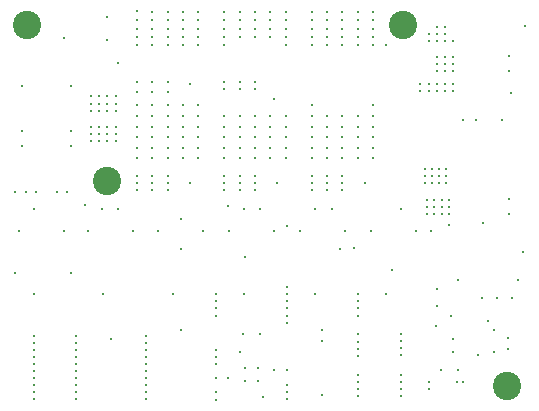
<source format=gbr>
%TF.GenerationSoftware,Altium Limited,Altium Designer,21.4.1 (30)*%
G04 Layer_Color=0*
%FSLAX26Y26*%
%MOIN*%
%TF.SameCoordinates,1A054405-282A-4FF3-8963-BB1B344CA64D*%
%TF.FilePolarity,Positive*%
%TF.FileFunction,Plated,1,8,PTH,Drill*%
%TF.Part,Single*%
G01*
G75*
%TA.AperFunction,OtherDrill,Pad Free-1 (1338.582mil,1291.339mil)*%
%ADD73C,0.094488*%
%TA.AperFunction,OtherDrill,Pad Free-1 (86.614mil,1291.339mil)*%
%ADD74C,0.094488*%
%TA.AperFunction,OtherDrill,Pad Free-1 (354.33mil,771.653mil)*%
%ADD75C,0.094488*%
%TA.AperFunction,OtherDrill,Pad Free-1 (1685.04mil,86.615mil)*%
%ADD76C,0.094488*%
%TA.AperFunction,ViaDrill,NotFilled*%
%ADD77C,0.007874*%
D73*
X1338582Y1291339D02*
D03*
D74*
X86614D02*
D03*
D75*
X354330Y771653D02*
D03*
D76*
X1685040Y86615D02*
D03*
D77*
X598425Y645669D02*
D03*
X337598Y677167D02*
D03*
X952756Y621287D02*
D03*
X812008Y517990D02*
D03*
X863190Y677165D02*
D03*
X1303150Y476378D02*
D03*
X1331692Y677165D02*
D03*
X1432295Y606299D02*
D03*
X909448Y1043307D02*
D03*
X1103348Y677167D02*
D03*
X1282086Y1224409D02*
D03*
X389764Y1165354D02*
D03*
X757874Y687008D02*
D03*
X452756Y765921D02*
D03*
Y740331D02*
D03*
X757874Y114173D02*
D03*
X279528Y692913D02*
D03*
X354330Y1318897D02*
D03*
X1692914Y661417D02*
D03*
X795276Y740331D02*
D03*
X208858Y606299D02*
D03*
X1232284D02*
D03*
X1484252Y811024D02*
D03*
X1437008Y763779D02*
D03*
X1413386D02*
D03*
X1460630Y787750D02*
D03*
X1437008Y787402D02*
D03*
Y811024D02*
D03*
X1413386D02*
D03*
Y787402D02*
D03*
X1460630Y811371D02*
D03*
X1484252Y763779D02*
D03*
Y787402D02*
D03*
X1460630Y764128D02*
D03*
X1643085Y273623D02*
D03*
X1623114Y303149D02*
D03*
X1507874Y244094D02*
D03*
X855314Y105315D02*
D03*
X812008D02*
D03*
X855314Y148621D02*
D03*
X812008D02*
D03*
X872048Y51181D02*
D03*
X909646Y139763D02*
D03*
X952756Y90551D02*
D03*
X1688976Y247046D02*
D03*
X1129922Y543307D02*
D03*
X1177165Y549213D02*
D03*
X1500128Y320867D02*
D03*
X1448818Y288385D02*
D03*
X629922Y763953D02*
D03*
X555118Y787575D02*
D03*
Y765921D02*
D03*
Y740331D02*
D03*
X503938Y763953D02*
D03*
Y787575D02*
D03*
X1522406Y139763D02*
D03*
X1465320D02*
D03*
X1591326Y190083D02*
D03*
X1724409Y440944D02*
D03*
X1688976Y212598D02*
D03*
X1643085Y200787D02*
D03*
X1507874D02*
D03*
X108858Y393701D02*
D03*
X341142D02*
D03*
X573426D02*
D03*
X1282086D02*
D03*
X208662Y1248031D02*
D03*
X354330Y1240157D02*
D03*
X232284Y887401D02*
D03*
X1452983Y410711D02*
D03*
X1652362Y379921D02*
D03*
X1602362D02*
D03*
X1523851Y440944D02*
D03*
X1739707Y536283D02*
D03*
X1493864Y624471D02*
D03*
X1702362Y379921D02*
D03*
X795276Y202755D02*
D03*
X806102Y259843D02*
D03*
X863190D02*
D03*
X1692914Y711221D02*
D03*
X1452983Y353625D02*
D03*
X1700788Y1063977D02*
D03*
X1692914Y1187599D02*
D03*
X1607511Y630906D02*
D03*
X1746203Y1287599D02*
D03*
X1692914Y1137599D02*
D03*
X1539370Y974409D02*
D03*
X1582678D02*
D03*
X1671260D02*
D03*
X1145670Y606299D02*
D03*
X996064D02*
D03*
X1070866Y273623D02*
D03*
Y237207D02*
D03*
Y58073D02*
D03*
X598284Y543307D02*
D03*
Y273623D02*
D03*
X809646Y393701D02*
D03*
X366142Y244095D02*
D03*
X232284Y1087401D02*
D03*
Y464986D02*
D03*
X220472Y736221D02*
D03*
X185039D02*
D03*
X232284Y937401D02*
D03*
X118110Y736221D02*
D03*
X82677D02*
D03*
X47244D02*
D03*
X70866Y887401D02*
D03*
Y937401D02*
D03*
X47244Y464567D02*
D03*
X109254Y677167D02*
D03*
X522884Y606299D02*
D03*
X58858D02*
D03*
X70866Y1087401D02*
D03*
X1212796Y763953D02*
D03*
X921456D02*
D03*
X381890Y1027559D02*
D03*
X299212D02*
D03*
Y1003937D02*
D03*
Y1055117D02*
D03*
X326772Y1003937D02*
D03*
X354330Y1027559D02*
D03*
X503938Y1334645D02*
D03*
X354330Y1055119D02*
D03*
X326772D02*
D03*
X381890D02*
D03*
Y1003937D02*
D03*
X452756Y1279527D02*
D03*
Y1224409D02*
D03*
Y1307087D02*
D03*
Y1338579D02*
D03*
X326772Y1027559D02*
D03*
X354330Y1003937D02*
D03*
X250492Y255905D02*
D03*
X717008Y393371D02*
D03*
X452756Y1251969D02*
D03*
X1188976Y101377D02*
D03*
Y124999D02*
D03*
X716536Y66929D02*
D03*
Y41337D02*
D03*
Y114173D02*
D03*
Y161417D02*
D03*
Y185039D02*
D03*
Y208661D02*
D03*
Y346457D02*
D03*
Y370079D02*
D03*
Y320867D02*
D03*
X1188976Y259843D02*
D03*
Y322835D02*
D03*
Y393701D02*
D03*
Y370079D02*
D03*
Y346457D02*
D03*
Y236221D02*
D03*
Y55119D02*
D03*
Y212599D02*
D03*
Y78741D02*
D03*
Y188977D02*
D03*
X250492Y90551D02*
D03*
Y66929D02*
D03*
Y114173D02*
D03*
Y43307D02*
D03*
Y137795D02*
D03*
Y208661D02*
D03*
Y232283D02*
D03*
Y185039D02*
D03*
Y161417D02*
D03*
X1240158Y1224409D02*
D03*
Y1279527D02*
D03*
Y1307087D02*
D03*
Y1334645D02*
D03*
Y1251969D02*
D03*
X795276D02*
D03*
X846456D02*
D03*
X897638D02*
D03*
X1137796Y1334645D02*
D03*
X1035434D02*
D03*
X1086614D02*
D03*
X1188976D02*
D03*
X606300D02*
D03*
X657480D02*
D03*
X555118D02*
D03*
X657480Y1279527D02*
D03*
Y1307087D02*
D03*
Y1224409D02*
D03*
Y1251969D02*
D03*
X1035434Y1279527D02*
D03*
Y1307087D02*
D03*
Y1224409D02*
D03*
Y1251969D02*
D03*
X744094Y1279527D02*
D03*
Y1307087D02*
D03*
Y1224409D02*
D03*
Y1251969D02*
D03*
X948820D02*
D03*
Y1224409D02*
D03*
Y1307087D02*
D03*
Y1279527D02*
D03*
X846456Y1334645D02*
D03*
X744094D02*
D03*
X795276D02*
D03*
X948820D02*
D03*
X897638D02*
D03*
Y1307087D02*
D03*
Y1279527D02*
D03*
X846456D02*
D03*
Y1307087D02*
D03*
X795276D02*
D03*
Y1279527D02*
D03*
X1137796Y1224409D02*
D03*
X1188976D02*
D03*
X1086614D02*
D03*
Y1251969D02*
D03*
X1137796D02*
D03*
X1188976D02*
D03*
X1086614Y1279527D02*
D03*
X1137796Y1307087D02*
D03*
Y1279527D02*
D03*
X1188976D02*
D03*
Y1307087D02*
D03*
X1086614D02*
D03*
X555118Y1224409D02*
D03*
X606300D02*
D03*
X503938D02*
D03*
Y1251969D02*
D03*
X555118D02*
D03*
X606300D02*
D03*
X503938Y1279527D02*
D03*
Y1307087D02*
D03*
X555118D02*
D03*
Y1279527D02*
D03*
X606300D02*
D03*
Y1307087D02*
D03*
X1240159Y952755D02*
D03*
Y917323D02*
D03*
Y846457D02*
D03*
Y881889D02*
D03*
Y1023621D02*
D03*
Y988189D02*
D03*
X1188977D02*
D03*
Y881889D02*
D03*
Y846457D02*
D03*
Y917323D02*
D03*
Y952755D02*
D03*
X1137797Y988189D02*
D03*
Y881889D02*
D03*
Y846457D02*
D03*
Y917323D02*
D03*
Y952755D02*
D03*
X1086615Y988189D02*
D03*
Y881889D02*
D03*
Y846457D02*
D03*
Y917323D02*
D03*
Y952755D02*
D03*
X1035435D02*
D03*
Y917323D02*
D03*
Y846457D02*
D03*
Y881889D02*
D03*
Y1023621D02*
D03*
Y988189D02*
D03*
X909448Y606299D02*
D03*
X897639Y988189D02*
D03*
X795277D02*
D03*
X846457D02*
D03*
X795276Y1102363D02*
D03*
X846456D02*
D03*
X1421260Y708661D02*
D03*
Y661417D02*
D03*
X1444882Y708661D02*
D03*
X1468504Y685039D02*
D03*
X1492126Y661417D02*
D03*
X1444882Y661417D02*
D03*
X1421260Y685039D02*
D03*
X1444882D02*
D03*
X1468504Y661417D02*
D03*
X1492126Y685039D02*
D03*
Y708661D02*
D03*
X1468504Y708661D02*
D03*
X744094Y1102363D02*
D03*
Y1078741D02*
D03*
X744095Y988189D02*
D03*
Y881889D02*
D03*
Y846457D02*
D03*
Y917323D02*
D03*
Y952755D02*
D03*
X795277D02*
D03*
Y917323D02*
D03*
Y846457D02*
D03*
Y881889D02*
D03*
X795276Y1078741D02*
D03*
X846457Y952755D02*
D03*
Y917323D02*
D03*
Y846457D02*
D03*
Y881889D02*
D03*
X846456Y1078741D02*
D03*
X897639Y952755D02*
D03*
Y917323D02*
D03*
Y846457D02*
D03*
Y881889D02*
D03*
X948819Y988189D02*
D03*
Y881889D02*
D03*
Y846457D02*
D03*
Y917323D02*
D03*
Y952755D02*
D03*
X1452756Y1185039D02*
D03*
X1480316Y1161417D02*
D03*
X1507874Y1185039D02*
D03*
Y1161417D02*
D03*
X1480316Y1185039D02*
D03*
X1452756Y1161417D02*
D03*
X1507874Y1137795D02*
D03*
X1480316D02*
D03*
X1452756D02*
D03*
X1397638Y1070865D02*
D03*
X1425196Y1094489D02*
D03*
X1452756Y1070865D02*
D03*
Y1094489D02*
D03*
X1507874Y1070865D02*
D03*
X1397638Y1094489D02*
D03*
X1480316D02*
D03*
Y1070865D02*
D03*
X1425196D02*
D03*
X1507874Y1094489D02*
D03*
X1045866Y677167D02*
D03*
X809646D02*
D03*
X391142D02*
D03*
X629922Y1094489D02*
D03*
X759842Y606299D02*
D03*
X291142D02*
D03*
X441142D02*
D03*
X1425196Y1260391D02*
D03*
X1452564Y1236769D02*
D03*
X1480124D02*
D03*
X1507682D02*
D03*
X1425196D02*
D03*
X1480124Y1260391D02*
D03*
Y1284013D02*
D03*
X1452564D02*
D03*
Y1260391D02*
D03*
X657481Y952755D02*
D03*
Y917323D02*
D03*
Y846457D02*
D03*
Y881889D02*
D03*
Y1023621D02*
D03*
Y988189D02*
D03*
X606301D02*
D03*
Y1023621D02*
D03*
Y881889D02*
D03*
Y846457D02*
D03*
Y917323D02*
D03*
Y952755D02*
D03*
X555118Y1102363D02*
D03*
Y1066929D02*
D03*
X555119Y988189D02*
D03*
Y1023621D02*
D03*
Y881889D02*
D03*
Y846457D02*
D03*
Y917323D02*
D03*
Y952755D02*
D03*
X503938Y1102363D02*
D03*
Y1066929D02*
D03*
X503939Y988189D02*
D03*
Y1023621D02*
D03*
Y881889D02*
D03*
Y846457D02*
D03*
Y917323D02*
D03*
Y952755D02*
D03*
X452757D02*
D03*
Y917323D02*
D03*
Y846457D02*
D03*
Y881889D02*
D03*
Y1023621D02*
D03*
Y988189D02*
D03*
X452756Y1066929D02*
D03*
Y1102363D02*
D03*
X299212Y929133D02*
D03*
X381890Y952755D02*
D03*
X354330Y929133D02*
D03*
X299212Y952755D02*
D03*
Y905511D02*
D03*
X326772Y952755D02*
D03*
Y905511D02*
D03*
X354330Y952755D02*
D03*
Y905511D02*
D03*
X381890D02*
D03*
Y929133D02*
D03*
X326772D02*
D03*
X484252Y43307D02*
D03*
X1539370Y102363D02*
D03*
X1425196Y78741D02*
D03*
X673228Y606299D02*
D03*
X744094Y787401D02*
D03*
X503938Y740331D02*
D03*
X1381890Y606299D02*
D03*
X1425196Y102363D02*
D03*
X1519682D02*
D03*
X1332086Y189963D02*
D03*
Y237207D02*
D03*
Y55119D02*
D03*
Y213585D02*
D03*
Y102363D02*
D03*
Y260829D02*
D03*
Y78741D02*
D03*
Y125985D02*
D03*
X952756Y322835D02*
D03*
Y346457D02*
D03*
Y417323D02*
D03*
Y393701D02*
D03*
Y370079D02*
D03*
Y299213D02*
D03*
X952754Y139763D02*
D03*
X952756Y43307D02*
D03*
Y66929D02*
D03*
X484252Y90551D02*
D03*
Y66929D02*
D03*
Y114173D02*
D03*
Y137795D02*
D03*
Y208661D02*
D03*
Y232283D02*
D03*
Y255905D02*
D03*
Y185039D02*
D03*
Y161417D02*
D03*
X109254D02*
D03*
Y185039D02*
D03*
Y255905D02*
D03*
Y232283D02*
D03*
Y208661D02*
D03*
Y137795D02*
D03*
Y43307D02*
D03*
Y114173D02*
D03*
Y66929D02*
D03*
Y90551D02*
D03*
X1035434Y787575D02*
D03*
Y765921D02*
D03*
Y740331D02*
D03*
X744094Y740157D02*
D03*
Y765747D02*
D03*
X452756Y787575D02*
D03*
X1137796Y765921D02*
D03*
X1086614Y787749D02*
D03*
Y740505D02*
D03*
X1137796Y787575D02*
D03*
Y740331D02*
D03*
X1086614Y764127D02*
D03*
X846456Y765747D02*
D03*
X795276Y787575D02*
D03*
X846456Y787401D02*
D03*
Y740157D02*
D03*
X795276Y763953D02*
D03*
X1045866Y393701D02*
D03*
%TF.MD5,baf787b8d92a6cf6500eeae7273baafd*%
M02*

</source>
